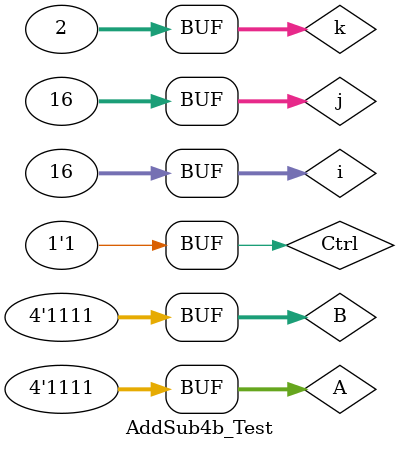
<source format=v>
`timescale 1ns / 1ps


module AddSub4b_Test;

	// Inputs
	reg Ctrl;
	reg [3:0] A;
	reg [3:0] B;

	// Outputs
	wire C0;
	wire [3:0] S;

	// Instantiate the Unit Under Test (UUT)
	AddSub4b uut (
		.Ctrl(Ctrl), 
		.A(A), 
		.B(B), 
		.C0(C0), 
		.S(S)
	);
	
	integer i, j, k;
	initial begin
		// Initialize Inputs
		Ctrl = 0;
		A = 0;
		B = 0;

		// Wait 100 ns for global reset to finish
		#100;
        
		// Add stimulus here

		for (i = 0;i < 16;i = i + 1)begin
			for(j = 0;j < 16;j = j + 1)begin
				for(k = 0;k < 2;k = k +1)begin
					A = i;
					B = j;
					Ctrl = k;
					#50;
				end
			end
		end
		
	end
      
endmodule


</source>
